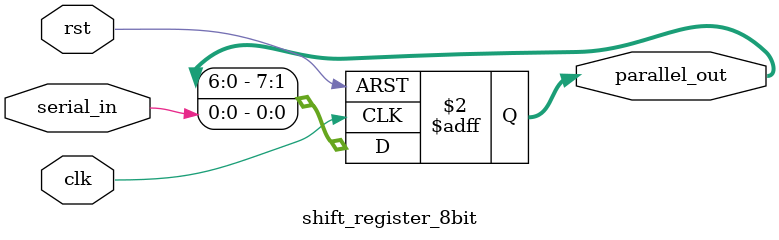
<source format=v>
module shift_register_8bit(
    input clk, rst, serial_in,
    output reg [7:0] parallel_out
);
    always @(posedge clk or posedge rst) begin
        if (rst)
            parallel_out <= 8'b0;
        else
            parallel_out <= {parallel_out[6:0], serial_in};
    end
endmodule

</source>
